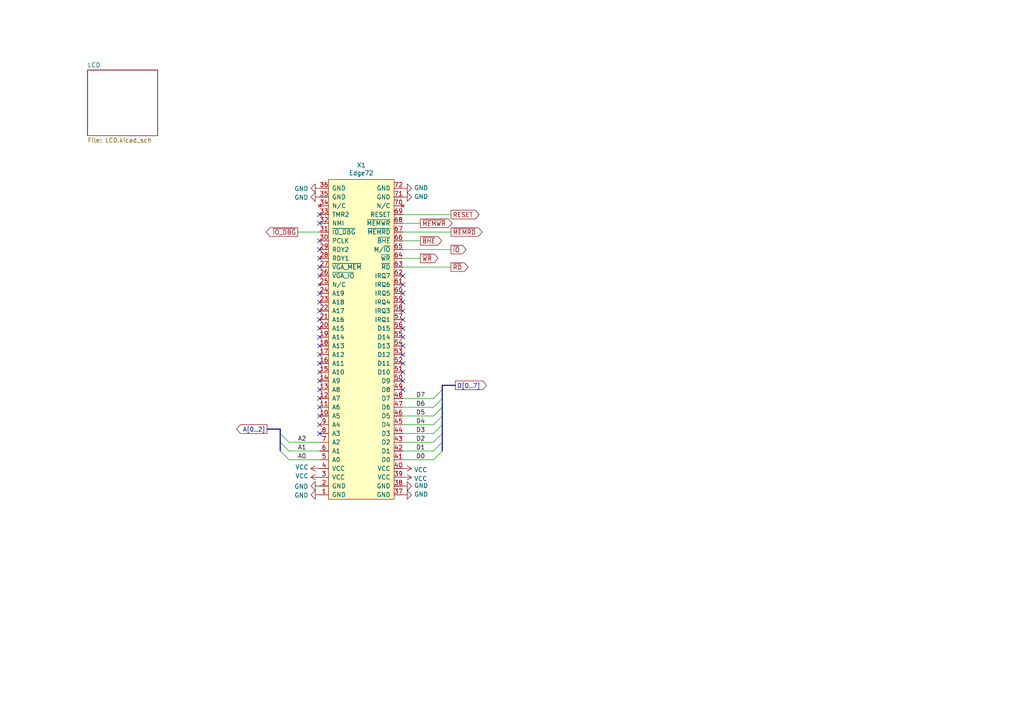
<source format=kicad_sch>
(kicad_sch (version 20230121) (generator eeschema)
  (paper "A4")
  (title_block (title "Mini8086 info board") (rev "1.1"))
  (lib_symbols
    (symbol "info_board-rescue:Edge72-Mini8086" (pin_names (offset 1.016))
      (property "Reference" "X" (at 2.54 -49.53 0))
      (property "Value" "Edge72-Mini8086" (at -3.81 -49.53 0))
      (symbol "Edge72-Mini8086_0_1"
        (rectangle (start -8.89 45.72) (end 10.16 -46.99) (fill (type background)))
      )
      (symbol "Edge72-Mini8086_1_1"
        (pin passive line (at -11.43 -45.72 0) (length 2.54) (name "GND") (number "1"))
        (pin bidirectional line (at -11.43 -22.86 0) (length 2.54) (name "A5") (number "10"))
        (pin bidirectional line (at -11.43 -20.32 0) (length 2.54) (name "A6") (number "11"))
        (pin bidirectional line (at -11.43 -17.78 0) (length 2.54) (name "A7") (number "12"))
        (pin bidirectional line (at -11.43 -15.24 0) (length 2.54) (name "A8") (number "13"))
        (pin bidirectional line (at -11.43 -12.7 0) (length 2.54) (name "A9") (number "14"))
        (pin bidirectional line (at -11.43 -10.16 0) (length 2.54) (name "A10") (number "15"))
        (pin bidirectional line (at -11.43 -7.62 0) (length 2.54) (name "A11") (number "16"))
        (pin bidirectional line (at -11.43 -5.08 0) (length 2.54) (name "A12") (number "17"))
        (pin bidirectional line (at -11.43 -2.54 0) (length 2.54) (name "A13") (number "18"))
        (pin bidirectional line (at -11.43 0 0) (length 2.54) (name "A14") (number "19"))
        (pin passive line (at -11.43 -43.18 0) (length 2.54) (name "GND") (number "2"))
        (pin bidirectional line (at -11.43 2.54 0) (length 2.54) (name "A15") (number "20"))
        (pin bidirectional line (at -11.43 5.08 0) (length 2.54) (name "A16") (number "21"))
        (pin bidirectional line (at -11.43 7.62 0) (length 2.54) (name "A17") (number "22"))
        (pin bidirectional line (at -11.43 10.16 0) (length 2.54) (name "A18") (number "23"))
        (pin bidirectional line (at -11.43 12.7 0) (length 2.54) (name "A19") (number "24"))
        (pin no_connect line (at -11.43 15.24 0) (length 2.54) (name "N/C") (number "25"))
        (pin bidirectional line (at -11.43 17.78 0) (length 2.54) (name "~{VGA_IO}") (number "26"))
        (pin bidirectional line (at -11.43 20.32 0) (length 2.54) (name "~{VGA_MEM}") (number "27"))
        (pin passive line (at -11.43 22.86 0) (length 2.54) (name "RDY1") (number "28"))
        (pin passive line (at -11.43 25.4 0) (length 2.54) (name "RDY2") (number "29"))
        (pin passive line (at -11.43 -40.64 0) (length 2.54) (name "VCC") (number "3"))
        (pin passive line (at -11.43 27.94 0) (length 2.54) (name "PCLK") (number "30"))
        (pin passive line (at -11.43 30.48 0) (length 2.54) (name "~{IO_DBG}") (number "31"))
        (pin passive line (at -11.43 33.02 0) (length 2.54) (name "NMI") (number "32"))
        (pin passive line (at -11.43 35.56 0) (length 2.54) (name "TMR2") (number "33"))
        (pin no_connect line (at -11.43 38.1 0) (length 2.54) (name "N/C") (number "34"))
        (pin passive line (at -11.43 40.64 0) (length 2.54) (name "GND") (number "35"))
        (pin passive line (at -11.43 43.18 0) (length 2.54) (name "GND") (number "36"))
        (pin power_out line (at 12.7 -45.72 180) (length 2.54) (name "GND") (number "37"))
        (pin passive line (at 12.7 -43.18 180) (length 2.54) (name "GND") (number "38"))
        (pin power_out line (at 12.7 -40.64 180) (length 2.54) (name "VCC") (number "39"))
        (pin passive line (at -11.43 -38.1 0) (length 2.54) (name "VCC") (number "4"))
        (pin passive line (at 12.7 -38.1 180) (length 2.54) (name "VCC") (number "40"))
        (pin bidirectional line (at 12.7 -35.56 180) (length 2.54) (name "D0") (number "41"))
        (pin bidirectional line (at 12.7 -33.02 180) (length 2.54) (name "D1") (number "42"))
        (pin bidirectional line (at 12.7 -30.48 180) (length 2.54) (name "D2") (number "43"))
        (pin bidirectional line (at 12.7 -27.94 180) (length 2.54) (name "D3") (number "44"))
        (pin bidirectional line (at 12.7 -25.4 180) (length 2.54) (name "D4") (number "45"))
        (pin bidirectional line (at 12.7 -22.86 180) (length 2.54) (name "D5") (number "46"))
        (pin bidirectional line (at 12.7 -20.32 180) (length 2.54) (name "D6") (number "47"))
        (pin bidirectional line (at 12.7 -17.78 180) (length 2.54) (name "D7") (number "48"))
        (pin bidirectional line (at 12.7 -15.24 180) (length 2.54) (name "D8") (number "49"))
        (pin bidirectional line (at -11.43 -35.56 0) (length 2.54) (name "A0") (number "5"))
        (pin bidirectional line (at 12.7 -12.7 180) (length 2.54) (name "D9") (number "50"))
        (pin bidirectional line (at 12.7 -10.16 180) (length 2.54) (name "D10") (number "51"))
        (pin bidirectional line (at 12.7 -7.62 180) (length 2.54) (name "D11") (number "52"))
        (pin bidirectional line (at 12.7 -5.08 180) (length 2.54) (name "D12") (number "53"))
        (pin bidirectional line (at 12.7 -2.54 180) (length 2.54) (name "D13") (number "54"))
        (pin bidirectional line (at 12.7 0 180) (length 2.54) (name "D14") (number "55"))
        (pin bidirectional line (at 12.7 2.54 180) (length 2.54) (name "D15") (number "56"))
        (pin passive line (at 12.7 5.08 180) (length 2.54) (name "IRQ1") (number "57"))
        (pin passive line (at 12.7 7.62 180) (length 2.54) (name "IRQ3") (number "58"))
        (pin passive line (at 12.7 10.16 180) (length 2.54) (name "IRQ4") (number "59"))
        (pin bidirectional line (at -11.43 -33.02 0) (length 2.54) (name "A1") (number "6"))
        (pin passive line (at 12.7 12.7 180) (length 2.54) (name "IRQ5") (number "60"))
        (pin passive line (at 12.7 15.24 180) (length 2.54) (name "IRQ6") (number "61"))
        (pin passive line (at 12.7 17.78 180) (length 2.54) (name "IRQ7") (number "62"))
        (pin bidirectional line (at 12.7 20.32 180) (length 2.54) (name "~{RD}") (number "63"))
        (pin bidirectional line (at 12.7 22.86 180) (length 2.54) (name "~{WR}") (number "64"))
        (pin bidirectional line (at 12.7 25.4 180) (length 2.54) (name "M/~{IO}") (number "65"))
        (pin bidirectional line (at 12.7 27.94 180) (length 2.54) (name "~{BHE}") (number "66"))
        (pin bidirectional line (at 12.7 30.48 180) (length 2.54) (name "~{MEMRD}") (number "67"))
        (pin bidirectional line (at 12.7 33.02 180) (length 2.54) (name "~{MEMWR}") (number "68"))
        (pin passive line (at 12.7 35.56 180) (length 2.54) (name "RESET") (number "69"))
        (pin bidirectional line (at -11.43 -30.48 0) (length 2.54) (name "A2") (number "7"))
        (pin no_connect line (at 12.7 38.1 180) (length 2.54) (name "N/C") (number "70"))
        (pin passive line (at 12.7 40.64 180) (length 2.54) (name "GND") (number "71"))
        (pin passive line (at 12.7 43.18 180) (length 2.54) (name "GND") (number "72"))
        (pin bidirectional line (at -11.43 -27.94 0) (length 2.54) (name "A3") (number "8"))
        (pin bidirectional line (at -11.43 -25.4 0) (length 2.54) (name "A4") (number "9"))
      )
    )
    (symbol "power:GND" (power) (pin_names (offset 0))
      (property "Value" "GND" (at 0 -3.81 0))
      (symbol "GND_0_1"
        (polyline (pts (xy 0 0) (xy 0 -1.27) (xy 1.27 -1.27) (xy 0 -2.54) (xy -1.27 -1.27) (xy 0 -1.27)))
      )
      (symbol "GND_1_1"
        (pin power_in line (at 0 0 270) (length 0) hide (name "GND") (number "1"))
      )
    )
    (symbol "power:VCC" (power) (pin_names (offset 0))
      (property "Value" "VCC" (at 0 3.81 0))
      (symbol "VCC_0_1"
        (polyline (pts (xy -0.762 1.27) (xy 0 2.54)))
        (polyline (pts (xy 0 0) (xy 0 2.54)))
        (polyline (pts (xy 0 2.54) (xy 0.762 1.27)))
      )
      (symbol "VCC_1_1"
        (pin power_in line (at 0 0 90) (length 0) hide (name "VCC") (number "1"))
      )
    )
  )
  (no_connect (at 92.71 123.19))
  (no_connect (at 92.71 74.93))
  (no_connect (at 92.71 77.47))
  (no_connect (at 116.84 92.71))
  (no_connect (at 92.71 115.57))
  (no_connect (at 116.84 87.63))
  (no_connect (at 116.84 85.09))
  (no_connect (at 116.84 105.41))
  (no_connect (at 92.71 62.23))
  (no_connect (at 116.84 95.25))
  (no_connect (at 92.71 95.25))
  (no_connect (at 116.84 102.87))
  (no_connect (at 92.71 105.41))
  (no_connect (at 92.71 80.01))
  (no_connect (at 92.71 113.03))
  (no_connect (at 92.71 64.77))
  (no_connect (at 116.84 82.55))
  (no_connect (at 92.71 100.33))
  (no_connect (at 92.71 72.39))
  (no_connect (at 92.71 110.49))
  (no_connect (at 116.84 113.03))
  (no_connect (at 116.84 97.79))
  (no_connect (at 92.71 85.09))
  (no_connect (at 92.71 118.11))
  (no_connect (at 92.71 107.95))
  (no_connect (at 92.71 69.85))
  (no_connect (at 116.84 110.49))
  (no_connect (at 92.71 120.65))
  (no_connect (at 116.84 107.95))
  (no_connect (at 92.71 102.87))
  (no_connect (at 92.71 125.73))
  (no_connect (at 116.84 90.17))
  (no_connect (at 92.71 87.63))
  (no_connect (at 116.84 100.33))
  (no_connect (at 92.71 92.71))
  (no_connect (at 92.71 90.17))
  (no_connect (at 92.71 97.79))
  (no_connect (at 116.84 80.01))
  (bus_entry (at 125.73 123.19) (size 2.54 -2.54))
  (bus_entry (at 125.73 118.11) (size 2.54 -2.54))
  (bus_entry (at 125.73 125.73) (size 2.54 -2.54))
  (bus_entry (at 83.82 128.27) (size -2.54 -2.54))
  (bus_entry (at 83.82 133.35) (size -2.54 -2.54))
  (bus_entry (at 125.73 130.81) (size 2.54 -2.54))
  (bus_entry (at 125.73 115.57) (size 2.54 -2.54))
  (bus_entry (at 125.73 120.65) (size 2.54 -2.54))
  (bus_entry (at 125.73 133.35) (size 2.54 -2.54))
  (bus_entry (at 83.82 130.81) (size -2.54 -2.54))
  (bus_entry (at 125.73 128.27) (size 2.54 -2.54))
  (wire (pts (xy 83.82 130.81) (xy 92.71 130.81)))
  (bus (pts (xy 81.28 124.46) (xy 81.28 125.73)))
  (wire (pts (xy 83.82 128.27) (xy 92.71 128.27)))
  (wire (pts (xy 116.84 64.77) (xy 121.92 64.77)))
  (bus (pts (xy 128.27 111.76) (xy 128.27 113.03)))
  (bus (pts (xy 128.27 125.73) (xy 128.27 128.27)))
  (wire (pts (xy 83.82 133.35) (xy 92.71 133.35)))
  (bus (pts (xy 81.28 124.46) (xy 77.47 124.46)))
  (wire (pts (xy 116.84 77.47) (xy 130.81 77.47)))
  (wire (pts (xy 125.73 120.65) (xy 116.84 120.65)))
  (wire (pts (xy 125.73 133.35) (xy 116.84 133.35)))
  (bus (pts (xy 128.27 123.19) (xy 128.27 125.73)))
  (bus (pts (xy 128.27 120.65) (xy 128.27 123.19)))
  (bus (pts (xy 81.28 125.73) (xy 81.28 128.27)))
  (wire (pts (xy 92.71 67.31) (xy 86.36 67.31)))
  (wire (pts (xy 116.84 72.39) (xy 130.81 72.39)))
  (wire (pts (xy 116.84 125.73) (xy 125.73 125.73)))
  (bus (pts (xy 128.27 113.03) (xy 128.27 115.57)))
  (wire (pts (xy 125.73 123.19) (xy 116.84 123.19)))
  (wire (pts (xy 125.73 118.11) (xy 116.84 118.11)))
  (wire (pts (xy 121.92 69.85) (xy 116.84 69.85)))
  (wire (pts (xy 116.84 67.31) (xy 130.81 67.31)))
  (wire (pts (xy 125.73 115.57) (xy 116.84 115.57)))
  (wire (pts (xy 130.81 62.23) (xy 116.84 62.23)))
  (bus (pts (xy 128.27 128.27) (xy 128.27 130.81)))
  (bus (pts (xy 81.28 128.27) (xy 81.28 130.81)))
  (wire (pts (xy 125.73 130.81) (xy 116.84 130.81)))
  (wire (pts (xy 121.92 74.93) (xy 116.84 74.93)))
  (bus (pts (xy 128.27 115.57) (xy 128.27 118.11)))
  (bus (pts (xy 128.27 118.11) (xy 128.27 120.65)))
  (wire (pts (xy 125.73 128.27) (xy 116.84 128.27)))
  (bus (pts (xy 128.27 111.76) (xy 132.08 111.76)))
  (label "D2" (at 120.65 128.27 0))
  (label "D6" (at 120.65 118.11 0))
  (label "D3" (at 120.65 125.73 0))
  (label "D7" (at 120.65 115.57 0))
  (label "A0" (at 86.36 133.35 0))
  (label "A1" (at 86.36 130.81 0))
  (label "D4" (at 120.65 123.19 0))
  (label "A2" (at 86.36 128.27 0))
  (label "D1" (at 120.65 130.81 0))
  (label "D0" (at 120.65 133.35 0))
  (label "D5" (at 120.65 120.65 0))
  (global_label "RESET" (shape output) (at 130.81 62.23 0) (property "Intersheetrefs" "${INTERSHEET_REFS}" (effects hide)))
  (global_label "~{IO_DBG}" (shape output) (at 86.36 67.31 180) (property "Intersheetrefs" "${INTERSHEET_REFS}" (effects hide)))
  (global_label "~{RD}" (shape output) (at 130.81 77.47 0) (property "Intersheetrefs" "${INTERSHEET_REFS}" (effects hide)))
  (global_label "~{MEMWR}" (shape output) (at 121.92 64.77 0) (property "Intersheetrefs" "${INTERSHEET_REFS}" (effects hide)))
  (global_label "D[0..7]" (shape output) (at 132.08 111.76 0) (property "Intersheetrefs" "${INTERSHEET_REFS}" (effects hide)))
  (global_label "~{IO}" (shape output) (at 130.81 72.39 0) (property "Intersheetrefs" "${INTERSHEET_REFS}" (effects hide)))
  (global_label "~{MEMRD}" (shape output) (at 130.81 67.31 0) (property "Intersheetrefs" "${INTERSHEET_REFS}" (effects hide)))
  (global_label "~{BHE}" (shape output) (at 121.92 69.85 0) (property "Intersheetrefs" "${INTERSHEET_REFS}" (effects hide)))
  (global_label "~{WR}" (shape output) (at 121.92 74.93 0) (property "Intersheetrefs" "${INTERSHEET_REFS}" (effects hide)))
  (global_label "A[0..2]" (shape output) (at 77.47 124.46 180) (property "Intersheetrefs" "${INTERSHEET_REFS}" (effects hide)))
  (symbol (lib_id "power:GND") (at 116.84 143.51 90) (unit 1)
    (property "Reference" "#PWR012" (effects hide))
    (property "Value" "GND" (at 120.0912 143.383 90) (effects (justify right)))
  )
  (symbol (lib_id "power:GND") (at 116.84 140.97 90) (unit 1)
    (property "Reference" "#PWR011" (effects hide))
    (property "Value" "GND" (at 120.0912 140.843 90) (effects (justify right)))
  )
  (symbol (lib_id "power:GND") (at 92.71 140.97 270) (unit 1)
    (property "Reference" "#PWR05" (effects hide))
    (property "Value" "GND" (at 89.4588 141.097 90) (effects (justify right)))
  )
  (symbol (lib_id "power:GND") (at 92.71 143.51 270) (unit 1)
    (property "Reference" "#PWR06" (effects hide))
    (property "Value" "GND" (at 89.4588 143.637 90) (effects (justify right)))
  )
  (symbol (lib_id "power:VCC") (at 92.71 138.43 90) (unit 1)
    (property "Reference" "#PWR04" (effects hide))
    (property "Value" "VCC" (at 89.4842 138.049 90) (effects (justify left)))
  )
  (symbol (lib_id "power:VCC") (at 92.71 135.89 90) (unit 1)
    (property "Reference" "#PWR03" (effects hide))
    (property "Value" "VCC" (at 89.4842 135.509 90) (effects (justify left)))
  )
  (symbol (lib_id "power:VCC") (at 116.84 135.89 270) (unit 1)
    (property "Reference" "#PWR09" (effects hide))
    (property "Value" "VCC" (at 120.0912 136.271 90) (effects (justify left)))
  )
  (symbol (lib_id "power:VCC") (at 116.84 138.43 270) (unit 1)
    (property "Reference" "#PWR010" (effects hide))
    (property "Value" "VCC" (at 120.0912 138.811 90) (effects (justify left)))
  )
  (symbol (lib_id "power:GND") (at 116.84 54.61 90) (unit 1)
    (property "Reference" "#PWR07" (effects hide))
    (property "Value" "GND" (at 120.0912 54.483 90) (effects (justify right)))
  )
  (symbol (lib_id "power:GND") (at 116.84 57.15 90) (unit 1)
    (property "Reference" "#PWR08" (effects hide))
    (property "Value" "GND" (at 120.0912 57.023 90) (effects (justify right)))
  )
  (symbol (lib_id "power:GND") (at 92.71 57.15 270) (unit 1)
    (property "Reference" "#PWR02" (effects hide))
    (property "Value" "GND" (at 89.4588 57.277 90) (effects (justify right)))
  )
  (symbol (lib_id "power:GND") (at 92.71 54.61 270) (unit 1)
    (property "Reference" "#PWR01" (effects hide))
    (property "Value" "GND" (at 89.4588 54.737 90) (effects (justify right)))
  )
  (symbol (lib_id "info_board-rescue:Edge72-Mini8086") (at 104.14 97.79 0) (unit 1)
    (property "Reference" "X1" (at 104.775 47.879 0))
    (property "Value" "Edge72" (at 104.775 50.1904 0))
    (property "Footprint" "Mini8086:BUS_72" (effects hide))
  )
  (sheet (at 25.4 20.32) (size 20.32 19.05)
    (property "Sheetname" "LCD" (at 25.4 19.6084 0) (effects (justify left bottom)))
    (property "Sheetfile" "LCD.kicad_sch" (at 25.4 39.9546 0) (effects (justify left top)))
  )
)
</source>
